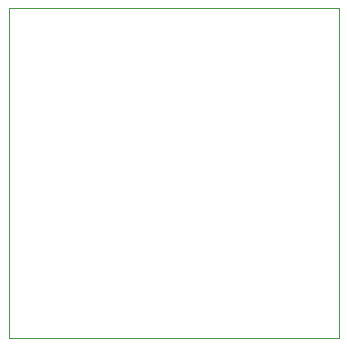
<source format=gbr>
%TF.GenerationSoftware,KiCad,Pcbnew,(5.1.9)-1*%
%TF.CreationDate,2021-03-02T23:47:49+00:00*%
%TF.ProjectId,Power In,506f7765-7220-4496-9e2e-6b696361645f,rev?*%
%TF.SameCoordinates,Original*%
%TF.FileFunction,Profile,NP*%
%FSLAX46Y46*%
G04 Gerber Fmt 4.6, Leading zero omitted, Abs format (unit mm)*
G04 Created by KiCad (PCBNEW (5.1.9)-1) date 2021-03-02 23:47:49*
%MOMM*%
%LPD*%
G01*
G04 APERTURE LIST*
%TA.AperFunction,Profile*%
%ADD10C,0.050000*%
%TD*%
G04 APERTURE END LIST*
D10*
X154940000Y-101600000D02*
X127000000Y-101600000D01*
X154940000Y-73660000D02*
X154940000Y-101600000D01*
X127000000Y-73660000D02*
X154940000Y-73660000D01*
X127000000Y-101600000D02*
X127000000Y-73660000D01*
M02*

</source>
